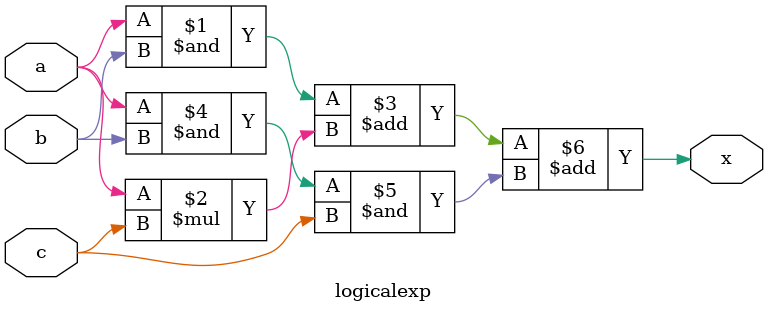
<source format=v>
`timescale 1ns / 1ps


module logicalexp(
    input a,
    input b,
    input c,
    output x
    );
 assign x=(a&b)+(a*c)+(a&b&c);
 endmodule

</source>
